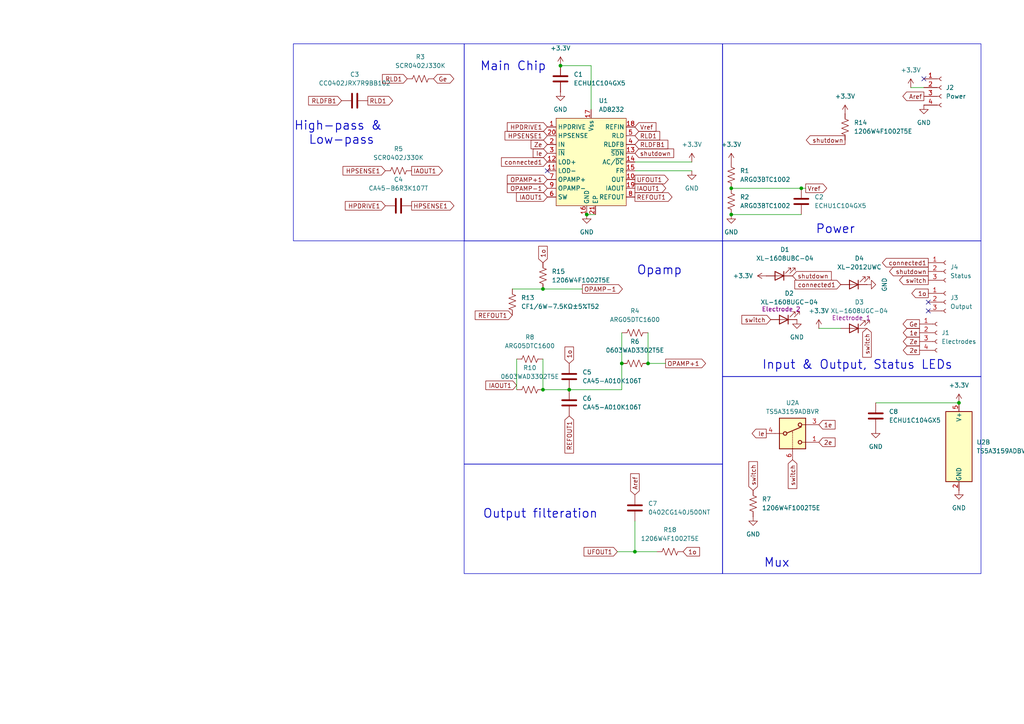
<source format=kicad_sch>
(kicad_sch (version 20231120) (generator "eeschema") (generator_version "8.0")
  (paper "A4")
  (lib_symbols
    (symbol "Analog_Switch:TS5A3159ADBVR" (pin_names (offset 0.127))
      (property "Reference" "U" (at -3.175 4.699 0))
      (property "Value" "TS5A3159ADBVR" (at -3.175 2.921 0))
      (symbol "TS5A3159ADBVR_1_1"
        (rectangle (start -3.81 4.445) (end 3.81 -4.445) (stroke (width 0.254)) (fill (type background)))
        (circle (center -2.159 0) (radius 0.508) (stroke (width 0.254)))
        (polyline (pts (xy -5.08 0) (xy -2.794 0)))
        (polyline (pts (xy -1.651 0.127) (xy 2.54 1.905)) (stroke (width 0.254)))
        (polyline (pts (xy 0 -5.08) (xy 0 -4.572)))
        (polyline (pts (xy 0 -4.318) (xy 0 -4.064)))
        (polyline (pts (xy 0 -3.81) (xy 0 -3.556)))
        (polyline (pts (xy 0 -3.302) (xy 0 -3.048)))
        (polyline (pts (xy 0 -2.794) (xy 0 -2.54)))
        (polyline (pts (xy 0 -2.286) (xy 0 -2.032)))
        (polyline (pts (xy 0 -1.778) (xy 0 -1.524)))
        (polyline (pts (xy 0 -1.27) (xy 0 -1.016)))
        (polyline (pts (xy 0 -0.762) (xy 0 -0.508)))
        (polyline (pts (xy 0 -0.254) (xy 0 0)))
        (polyline (pts (xy 0 0.254) (xy 0 0.508)))
        (polyline (pts (xy 0 0.254) (xy 0 0.508)))
        (polyline (pts (xy 5.08 -2.54) (xy 2.794 -2.54)))
        (polyline (pts (xy 5.08 2.54) (xy 2.794 2.54)))
        (circle (center 2.159 -2.54) (radius 0.508) (stroke (width 0.254)))
        (circle (center 2.159 2.54) (radius 0.508) (stroke (width 0.254)))
        (pin passive line (at 7.62 -2.54 180) (length 2.54) (name "~") (number "1"))
        (pin passive line (at 7.62 2.54 180) (length 2.54) (name "~") (number "3"))
        (pin passive line (at -7.62 0 0) (length 2.54) (name "~") (number "4"))
        (pin input line (at 0 -7.62 90) (length 2.54) (name "~") (number "6"))
      )
      (symbol "TS5A3159ADBVR_2_0"
        (pin power_in line (at 0 -12.7 90) (length 2.54) (name "GND") (number "2"))
        (pin power_in line (at 0 12.7 270) (length 2.54) (name "V+") (number "5"))
      )
      (symbol "TS5A3159ADBVR_2_1"
        (rectangle (start -3.81 10.16) (end 3.81 -10.16) (stroke (width 0.254)) (fill (type background)))
      )
    )
    (symbol "Connector:Conn_01x03_Socket" (pin_names (offset 1.016) hide)
      (property "Reference" "J" (at 0 5.08 0))
      (property "Value" "Conn_01x03_Socket" (at 0 -5.08 0))
      (symbol "Conn_01x03_Socket_1_1"
        (arc (start 0 -2.032) (mid -0.5058 -2.54) (end 0 -3.048) (stroke (width 0.1524)))
        (polyline (pts (xy -1.27 -2.54) (xy -0.508 -2.54)) (stroke (width 0.1524)))
        (polyline (pts (xy -1.27 0) (xy -0.508 0)) (stroke (width 0.1524)))
        (polyline (pts (xy -1.27 2.54) (xy -0.508 2.54)) (stroke (width 0.1524)))
        (arc (start 0 0.508) (mid -0.5058 0) (end 0 -0.508) (stroke (width 0.1524)))
        (arc (start 0 3.048) (mid -0.5058 2.54) (end 0 2.032) (stroke (width 0.1524)))
        (pin passive line (at -5.08 2.54 0) (length 3.81) (name "Pin_1") (number "1"))
        (pin passive line (at -5.08 0 0) (length 3.81) (name "Pin_2") (number "2"))
        (pin passive line (at -5.08 -2.54 0) (length 3.81) (name "Pin_3") (number "3"))
      )
    )
    (symbol "Connector:Conn_01x04_Socket" (pin_names (offset 1.016) hide)
      (property "Reference" "J" (at 0 5.08 0))
      (property "Value" "Conn_01x04_Socket" (at 0 -7.62 0))
      (symbol "Conn_01x04_Socket_1_1"
        (arc (start 0 -4.572) (mid -0.5058 -5.08) (end 0 -5.588) (stroke (width 0.1524)))
        (arc (start 0 -2.032) (mid -0.5058 -2.54) (end 0 -3.048) (stroke (width 0.1524)))
        (polyline (pts (xy -1.27 -5.08) (xy -0.508 -5.08)) (stroke (width 0.1524)))
        (polyline (pts (xy -1.27 -2.54) (xy -0.508 -2.54)) (stroke (width 0.1524)))
        (polyline (pts (xy -1.27 0) (xy -0.508 0)) (stroke (width 0.1524)))
        (polyline (pts (xy -1.27 2.54) (xy -0.508 2.54)) (stroke (width 0.1524)))
        (arc (start 0 0.508) (mid -0.5058 0) (end 0 -0.508) (stroke (width 0.1524)))
        (arc (start 0 3.048) (mid -0.5058 2.54) (end 0 2.032) (stroke (width 0.1524)))
        (pin passive line (at -5.08 2.54 0) (length 3.81) (name "Pin_1") (number "1"))
        (pin passive line (at -5.08 0 0) (length 3.81) (name "Pin_2") (number "2"))
        (pin passive line (at -5.08 -2.54 0) (length 3.81) (name "Pin_3") (number "3"))
        (pin passive line (at -5.08 -5.08 0) (length 3.81) (name "Pin_4") (number "4"))
      )
    )
    (symbol "Device:C" (pin_numbers hide) (pin_names (offset 0.254))
      (property "Reference" "C" (at 0.635 2.54 0))
      (property "Value" "C" (at 0.635 -2.54 0))
      (symbol "C_0_1"
        (polyline (pts (xy -2.032 -0.762) (xy 2.032 -0.762)) (stroke (width 0.508)))
        (polyline (pts (xy -2.032 0.762) (xy 2.032 0.762)) (stroke (width 0.508)))
      )
      (symbol "C_1_1"
        (pin passive line (at 0 3.81 270) (length 2.794) (name "~") (number "1"))
        (pin passive line (at 0 -3.81 90) (length 2.794) (name "~") (number "2"))
      )
    )
    (symbol "Device:LED" (pin_numbers hide) (pin_names (offset 1.016) hide)
      (property "Reference" "D" (at 0 2.54 0))
      (property "Value" "LED" (at 0 -2.54 0))
      (symbol "LED_0_1"
        (polyline (pts (xy -1.27 -1.27) (xy -1.27 1.27)) (stroke (width 0.254)))
        (polyline (pts (xy -1.27 0) (xy 1.27 0)))
        (polyline (pts (xy 1.27 -1.27) (xy 1.27 1.27) (xy -1.27 0) (xy 1.27 -1.27)) (stroke (width 0.254)))
        (polyline (pts (xy -3.048 -0.762) (xy -4.572 -2.286) (xy -3.81 -2.286) (xy -4.572 -2.286) (xy -4.572 -1.524)))
        (polyline (pts (xy -1.778 -0.762) (xy -3.302 -2.286) (xy -2.54 -2.286) (xy -3.302 -2.286) (xy -3.302 -1.524)))
      )
      (symbol "LED_1_1"
        (pin passive line (at -3.81 0 0) (length 2.54) (name "K") (number "1"))
        (pin passive line (at 3.81 0 180) (length 2.54) (name "A") (number "2"))
      )
    )
    (symbol "Device:R_US" (pin_numbers hide) (pin_names (offset 0))
      (property "Reference" "R" (at 2.54 0 90))
      (property "Value" "R_US" (at -2.54 0 90))
      (symbol "R_US_0_1"
        (polyline (pts (xy 0 -2.286) (xy 0 -2.54)))
        (polyline (pts (xy 0 2.286) (xy 0 2.54)))
        (polyline (pts (xy 0 -0.762) (xy 1.016 -1.143) (xy 0 -1.524) (xy -1.016 -1.905) (xy 0 -2.286)))
        (polyline (pts (xy 0 0.762) (xy 1.016 0.381) (xy 0 0) (xy -1.016 -0.381) (xy 0 -0.762)))
        (polyline (pts (xy 0 2.286) (xy 1.016 1.905) (xy 0 1.524) (xy -1.016 1.143) (xy 0 0.762)))
      )
      (symbol "R_US_1_1"
        (pin passive line (at 0 3.81 270) (length 1.27) (name "~") (number "1"))
        (pin passive line (at 0 -3.81 90) (length 1.27) (name "~") (number "2"))
      )
    )
    (symbol "Personal:AD8232"
      (property "Reference" "U" (at 0 0 0))
      (property "Value" "AD8232" (at 0 4.826 0))
      (symbol "AD8232_0_1"
        (rectangle (start -10.16 12.7) (end 10.16 -12.7) (fill (type background)))
      )
      (symbol "AD8232_1_1"
        (pin output line (at -12.7 10.16 0) (length 2.54) (name "HPDRIVE") (number "1"))
        (pin output line (at 12.7 -5.08 180) (length 2.54) (name "OUT") (number "10"))
        (pin output line (at -12.7 -2.54 0) (length 2.54) (name "LOD-") (number "11"))
        (pin output line (at -12.7 0 0) (length 2.54) (name "LOD+") (number "12"))
        (pin input line (at 12.7 2.54 180) (length 2.54) (name "~{SDN}") (number "13"))
        (pin input line (at 12.7 0 180) (length 2.54) (name "AC/~{DC}") (number "14"))
        (pin input line (at 12.7 -2.54 180) (length 2.54) (name "FR") (number "15"))
        (pin power_in line (at -1.27 -15.24 90) (length 2.54) (name "GND") (number "16"))
        (pin power_in line (at 0 15.24 270) (length 2.54) (name "Vss") (number "17"))
        (pin input line (at 12.7 10.16 180) (length 2.54) (name "REFIN") (number "18"))
        (pin output line (at 12.7 -7.62 180) (length 2.54) (name "IAOUT") (number "19"))
        (pin input line (at -12.7 5.08 0) (length 2.54) (name "IN") (number "2"))
        (pin input line (at -12.7 7.62 0) (length 2.54) (name "HPSENSE") (number "20"))
        (pin passive line (at 1.27 -15.24 90) (length 2.54) (name "EP") (number "21"))
        (pin input line (at -12.7 2.54 0) (length 2.54) (name "~{IN}") (number "3"))
        (pin input line (at 12.7 5.08 180) (length 2.54) (name "RLDFB") (number "4"))
        (pin output line (at 12.7 7.62 180) (length 2.54) (name "RLD") (number "5"))
        (pin input line (at -12.7 -10.16 0) (length 2.54) (name "SW") (number "6"))
        (pin input line (at -12.7 -5.08 0) (length 2.54) (name "OPAMP+") (number "7"))
        (pin output line (at 12.7 -10.16 180) (length 2.54) (name "REFOUT") (number "8"))
        (pin input line (at -12.7 -7.62 0) (length 2.54) (name "OPAMP-") (number "9"))
      )
    )
    (symbol "power:+3.3V" (power) (pin_numbers hide) (pin_names (offset 0) hide)
      (property "Value" "+3.3V" (at 0 3.556 0))
      (symbol "+3.3V_0_1"
        (polyline (pts (xy -0.762 1.27) (xy 0 2.54)))
        (polyline (pts (xy 0 0) (xy 0 2.54)))
        (polyline (pts (xy 0 2.54) (xy 0.762 1.27)))
      )
      (symbol "+3.3V_1_1"
        (pin power_in line (at 0 0 90) (length 0) (name "~") (number "1"))
      )
    )
    (symbol "power:GND" (power) (pin_numbers hide) (pin_names (offset 0) hide)
      (property "Value" "GND" (at 0 -3.81 0))
      (symbol "GND_0_1"
        (polyline (pts (xy 0 0) (xy 0 -1.27) (xy 1.27 -1.27) (xy 0 -2.54) (xy -1.27 -1.27) (xy 0 -1.27)))
      )
      (symbol "GND_1_1"
        (pin power_in line (at 0 0 270) (length 0) (name "~") (number "1"))
      )
    )
  )
  (junction (at 212.09 62.23))
  (junction (at 212.09 54.61))
  (junction (at 162.56 19.05))
  (junction (at 184.15 160.02))
  (junction (at 278.13 116.84))
  (junction (at 187.96 105.41))
  (junction (at 157.48 113.03))
  (junction (at 157.48 83.82))
  (junction (at 232.41 54.61))
  (junction (at 180.34 105.41))
  (junction (at 165.1 113.03))
  (junction (at 170.18 62.23))
  (no_connect (at 158.75 49.53))
  (no_connect (at 269.24 90.17))
  (no_connect (at 267.97 22.86))
  (no_connect (at 269.24 87.63))
  (wire (pts (xy 212.09 62.23) (xy 232.41 62.23)))
  (wire (pts (xy 264.16 25.4) (xy 267.97 25.4)))
  (wire (pts (xy 157.48 113.03) (xy 165.1 113.03)))
  (wire (pts (xy 184.15 46.99) (xy 200.66 46.99)))
  (wire (pts (xy 171.45 19.05) (xy 171.45 31.75)))
  (wire (pts (xy 170.18 62.23) (xy 172.72 62.23)))
  (wire (pts (xy 187.96 105.41) (xy 193.04 105.41)))
  (wire (pts (xy 184.15 151.13) (xy 184.15 160.02)))
  (wire (pts (xy 237.49 95.25) (xy 243.84 95.25)))
  (wire (pts (xy 232.41 54.61) (xy 233.68 54.61)))
  (wire (pts (xy 180.34 96.52) (xy 180.34 105.41)))
  (wire (pts (xy 254 116.84) (xy 278.13 116.84)))
  (wire (pts (xy 184.15 160.02) (xy 179.07 160.02)))
  (wire (pts (xy 200.66 49.53) (xy 184.15 49.53)))
  (wire (pts (xy 162.56 19.05) (xy 171.45 19.05)))
  (wire (pts (xy 165.1 113.03) (xy 180.34 113.03)))
  (wire (pts (xy 157.48 83.82) (xy 168.91 83.82)))
  (wire (pts (xy 190.5 160.02) (xy 184.15 160.02)))
  (wire (pts (xy 187.96 96.52) (xy 187.96 105.41)))
  (wire (pts (xy 149.86 104.14) (xy 149.86 113.03)))
  (wire (pts (xy 148.59 83.82) (xy 157.48 83.82)))
  (wire (pts (xy 212.09 54.61) (xy 232.41 54.61)))
  (wire (pts (xy 157.48 104.14) (xy 157.48 113.03)))
  (wire (pts (xy 180.34 105.41) (xy 180.34 113.03)))
  (rectangle (start 209.55 69.85) (end 284.5308 109.22))
  (rectangle (start 134.62 12.7) (end 209.6008 69.85))
  (rectangle (start 134.62 134.62) (end 209.6008 166.37))
  (rectangle (start 209.55 12.7) (end 284.5308 69.85))
  (rectangle (start 209.55 109.22) (end 284.5308 166.37))
  (rectangle (start 134.62 69.85) (end 209.6008 134.62))
  (rectangle (start 85.09 12.7) (end 134.6708 69.85))
  (text "Opamp" (at 191.262 78.486 0) (effects (font (size 2.54 2.54) (thickness 0.254) (bold yes))))
  (text "Power" (at 242.316 66.548 0) (effects (font (size 2.54 2.54) (thickness 0.254) (bold yes))))
  (text "Output filteration" (at 156.718 149.098 0) (effects (font (size 2.54 2.54) (thickness 0.254) (bold yes))))
  (text "Mux" (at 225.298 163.322 0) (effects (font (size 2.54 2.54) (thickness 0.254) (bold yes))))
  (text "Input & Output, Status LEDs" (at 248.666 105.918 0) (effects (font (size 2.54 2.54) (thickness 0.254) (bold yes))))
  (text "Main Chip" (at 148.844 19.304 0) (effects (font (size 2.54 2.54) (thickness 0.254) (bold yes))))
  (text "High-pass & \nLow-pass" (at 99.06 38.608 0) (effects (font (size 2.54 2.54) (thickness 0.254) (bold yes))))
  (global_label "UFOUT1" (shape output) (at 184.15 52.07 0) (property "Intersheetrefs" "${INTERSHEET_REFS}" (effects (hide yes))))
  (global_label "connected1" (shape input) (at 158.75 46.99 180) (property "Intersheetrefs" "${INTERSHEET_REFS}" (effects (hide yes))))
  (global_label "REFOUT1" (shape output) (at 184.15 57.15 0) (property "Intersheetrefs" "${INTERSHEET_REFS}" (effects (hide yes))))
  (global_label "2e" (shape output) (at 266.7 101.6 180) (property "Intersheetrefs" "${INTERSHEET_REFS}" (effects (hide yes))))
  (global_label "shutdown" (shape input) (at 229.87 80.01 0) (property "Intersheetrefs" "${INTERSHEET_REFS}" (effects (hide yes))))
  (global_label "Ge" (shape output) (at 266.7 93.98 180) (property "Intersheetrefs" "${INTERSHEET_REFS}" (effects (hide yes))))
  (global_label "UFOUT1" (shape input) (at 179.07 160.02 180) (property "Intersheetrefs" "${INTERSHEET_REFS}" (effects (hide yes))))
  (global_label "Ie" (shape output) (at 222.25 125.73 180) (property "Intersheetrefs" "${INTERSHEET_REFS}" (effects (hide yes))))
  (global_label "switch" (shape input) (at 251.46 95.25 270) (property "Intersheetrefs" "${INTERSHEET_REFS}" (effects (hide yes))))
  (global_label "Vref" (shape output) (at 233.68 54.61 0) (property "Intersheetrefs" "${INTERSHEET_REFS}" (effects (hide yes))))
  (global_label "RLD1" (shape input) (at 184.15 39.37 0) (property "Intersheetrefs" "${INTERSHEET_REFS}" (effects (hide yes))))
  (global_label "HPSENSE1" (shape input) (at 111.76 49.53 180) (property "Intersheetrefs" "${INTERSHEET_REFS}" (effects (hide yes))))
  (global_label "1o" (shape input) (at 157.48 76.2 90) (property "Intersheetrefs" "${INTERSHEET_REFS}" (effects (hide yes))))
  (global_label "IAOUT1" (shape input) (at 149.86 111.76 180) (property "Intersheetrefs" "${INTERSHEET_REFS}" (effects (hide yes))))
  (global_label "IAOUT1" (shape output) (at 184.15 54.61 0) (property "Intersheetrefs" "${INTERSHEET_REFS}" (effects (hide yes))))
  (global_label "1o" (shape input) (at 198.12 160.02 0) (property "Intersheetrefs" "${INTERSHEET_REFS}" (effects (hide yes))))
  (global_label "OPAMP-1" (shape input) (at 158.75 54.61 180) (property "Intersheetrefs" "${INTERSHEET_REFS}" (effects (hide yes))))
  (global_label "OPAMP-1" (shape output) (at 168.91 83.82 0) (property "Intersheetrefs" "${INTERSHEET_REFS}" (effects (hide yes))))
  (global_label "HPDRIVE1" (shape input) (at 111.76 59.69 180) (property "Intersheetrefs" "${INTERSHEET_REFS}" (effects (hide yes))))
  (global_label "1e" (shape input) (at 237.49 123.19 0) (property "Intersheetrefs" "${INTERSHEET_REFS}" (effects (hide yes))))
  (global_label "RLDFB1" (shape input) (at 184.15 41.91 0) (property "Intersheetrefs" "${INTERSHEET_REFS}" (effects (hide yes))))
  (global_label "HPDRIVE1" (shape input) (at 158.75 36.83 180) (property "Intersheetrefs" "${INTERSHEET_REFS}" (effects (hide yes))))
  (global_label "switch" (shape input) (at 223.52 92.71 180) (property "Intersheetrefs" "${INTERSHEET_REFS}" (effects (hide yes))))
  (global_label "OPAMP+1" (shape input) (at 158.75 52.07 180) (property "Intersheetrefs" "${INTERSHEET_REFS}" (effects (hide yes))))
  (global_label "connected1" (shape output) (at 269.24 76.2 180) (property "Intersheetrefs" "${INTERSHEET_REFS}" (effects (hide yes))))
  (global_label "shutdown" (shape output) (at 245.11 40.64 180) (property "Intersheetrefs" "${INTERSHEET_REFS}" (effects (hide yes))))
  (global_label "RLDFB1" (shape input) (at 99.06 29.21 180) (property "Intersheetrefs" "${INTERSHEET_REFS}" (effects (hide yes))))
  (global_label "Ze" (shape input) (at 158.75 41.91 180) (property "Intersheetrefs" "${INTERSHEET_REFS}" (effects (hide yes))))
  (global_label "connected1" (shape input) (at 243.84 82.55 180) (property "Intersheetrefs" "${INTERSHEET_REFS}" (effects (hide yes))))
  (global_label "shutdown" (shape input) (at 184.15 44.45 0) (property "Intersheetrefs" "${INTERSHEET_REFS}" (effects (hide yes))))
  (global_label "2e" (shape input) (at 237.49 128.27 0) (property "Intersheetrefs" "${INTERSHEET_REFS}" (effects (hide yes))))
  (global_label "1o" (shape output) (at 269.24 85.09 180) (property "Intersheetrefs" "${INTERSHEET_REFS}" (effects (hide yes))))
  (global_label "IAOUT1" (shape input) (at 158.75 57.15 180) (property "Intersheetrefs" "${INTERSHEET_REFS}" (effects (hide yes))))
  (global_label "shutdown" (shape output) (at 269.24 78.74 180) (property "Intersheetrefs" "${INTERSHEET_REFS}" (effects (hide yes))))
  (global_label "Vref" (shape input) (at 184.15 36.83 0) (property "Intersheetrefs" "${INTERSHEET_REFS}" (effects (hide yes))))
  (global_label "HPSENSE1" (shape output) (at 119.38 59.69 0) (property "Intersheetrefs" "${INTERSHEET_REFS}" (effects (hide yes))))
  (global_label "RLD1" (shape output) (at 106.68 29.21 0) (property "Intersheetrefs" "${INTERSHEET_REFS}" (effects (hide yes))))
  (global_label "Ge" (shape bidirectional) (at 125.73 22.86 0) (property "Intersheetrefs" "${INTERSHEET_REFS}" (effects (hide yes))))
  (global_label "switch" (shape input) (at 218.44 142.24 90) (property "Intersheetrefs" "${INTERSHEET_REFS}" (effects (hide yes))))
  (global_label "OPAMP+1" (shape output) (at 193.04 105.41 0) (property "Intersheetrefs" "${INTERSHEET_REFS}" (effects (hide yes))))
  (global_label "switch" (shape input) (at 229.87 133.35 270) (property "Intersheetrefs" "${INTERSHEET_REFS}" (effects (hide yes))))
  (global_label "Ie" (shape input) (at 158.75 44.45 180) (property "Intersheetrefs" "${INTERSHEET_REFS}" (effects (hide yes))))
  (global_label "REFOUT1" (shape input) (at 148.59 91.44 180) (property "Intersheetrefs" "${INTERSHEET_REFS}" (effects (hide yes))))
  (global_label "HPSENSE1" (shape input) (at 158.75 39.37 180) (property "Intersheetrefs" "${INTERSHEET_REFS}" (effects (hide yes))))
  (global_label "1o" (shape input) (at 165.1 105.41 90) (property "Intersheetrefs" "${INTERSHEET_REFS}" (effects (hide yes))))
  (global_label "1e" (shape output) (at 266.7 96.52 180) (property "Intersheetrefs" "${INTERSHEET_REFS}" (effects (hide yes))))
  (global_label "Aref" (shape input) (at 184.15 143.51 90) (property "Intersheetrefs" "${INTERSHEET_REFS}" (effects (hide yes))))
  (global_label "Ze" (shape output) (at 266.7 99.06 180) (property "Intersheetrefs" "${INTERSHEET_REFS}" (effects (hide yes))))
  (global_label "RLD1" (shape input) (at 118.11 22.86 180) (property "Intersheetrefs" "${INTERSHEET_REFS}" (effects (hide yes))))
  (global_label "IAOUT1" (shape output) (at 119.38 49.53 0) (property "Intersheetrefs" "${INTERSHEET_REFS}" (effects (hide yes))))
  (global_label "REFOUT1" (shape input) (at 165.1 120.65 270) (property "Intersheetrefs" "${INTERSHEET_REFS}" (effects (hide yes))))
  (global_label "Aref" (shape output) (at 267.97 27.94 180) (property "Intersheetrefs" "${INTERSHEET_REFS}" (effects (hide yes))))
  (global_label "switch" (shape output) (at 269.24 81.28 180) (property "Intersheetrefs" "${INTERSHEET_REFS}" (effects (hide yes))))
  (symbol (lib_id "Device:C") (at 162.56 22.86 0) (unit 1)
    (property "Reference" "C1" (at 166.37 21.5899 0) (effects (justify left)))
    (property "Value" "ECHU1C104GX5" (at 166.37 24.1299 0) (effects (justify left)))
    (property "Footprint" "Capacitor_SMD:C_1210_3225Metric" (effects (hide yes)))
    (property "Description" "Unpolarized capacitor" (effects (hide yes)))
  )
  (symbol (lib_id "power:GND") (at 254 124.46 0) (unit 1)
    (property "Reference" "#PWR09" (effects (hide yes)))
    (property "Value" "GND" (at 254 129.54 0))
    (property "Description" "Power symbol creates a global label with name \"GND\" , ground" (effects (hide yes)))
  )
  (symbol (lib_id "Device:LED") (at 227.33 92.71 180) (unit 1)
    (property "Reference" "D2" (at 228.9175 85.09 0))
    (property "Value" "XL-1608UGC-04" (at 228.9175 87.63 0))
    (property "Footprint" "LED_SMD:LED_0603_1608Metric" (effects (hide yes)))
    (property "Description" "Electrode 2" (at 226.568 89.662 0))
  )
  (symbol (lib_id "power:+3.3V") (at 212.09 46.99 0) (unit 1)
    (property "Reference" "#PWR012" (effects (hide yes)))
    (property "Value" "+3.3V" (at 212.09 41.91 0))
    (property "Description" "Power symbol creates a global label with name \"+3.3V\"" (effects (hide yes)))
  )
  (symbol (lib_id "Device:C") (at 102.87 29.21 90) (unit 1)
    (property "Reference" "C3" (at 102.87 21.59 90))
    (property "Value" "CC0402JRX7R9BB102" (at 102.87 24.13 90))
    (property "Footprint" "Capacitor_SMD:C_0402_1005Metric" (effects (hide yes)))
    (property "Description" "Unpolarized capacitor" (effects (hide yes)))
  )
  (symbol (lib_id "Connector:Conn_01x04_Socket") (at 271.78 96.52 0) (unit 1)
    (property "Reference" "J1" (at 273.05 96.5199 0) (effects (justify left)))
    (property "Value" "Electrodes" (at 273.05 99.0599 0) (effects (justify left)))
    (property "Footprint" "Connector_PinSocket_2.54mm:PinSocket_1x04_P2.54mm_Vertical" (effects (hide yes)))
    (property "Description" "Generic connector, single row, 01x04, script generated" (effects (hide yes)))
  )
  (symbol (lib_id "Personal:AD8232") (at 171.45 46.99 0) (unit 1)
    (property "Reference" "U1" (at 173.6441 29.21 0) (effects (justify left)))
    (property "Value" "AD8232" (at 173.6441 31.75 0) (effects (justify left)))
    (property "Footprint" "Package_CSP:LFCSP-20-1EP_4x4mm_P0.5mm_EP2.5x2.5mm" (effects (hide yes)))
    (property "Datasheet" "https://www.analog.com/media/en/technical-documentation/data-sheets/ad8232.pdf" (effects (hide yes)))
    (property "Description" "Integrated signal conditioning block for ECG and other biopotential measurement applications" (effects (hide yes)))
  )
  (symbol (lib_id "Device:LED") (at 247.65 95.25 180) (unit 1)
    (property "Reference" "D3" (at 249.2375 87.63 0))
    (property "Value" "XL-1608UGC-04" (at 249.2375 90.17 0))
    (property "Footprint" "LED_SMD:LED_0603_1608Metric" (effects (hide yes)))
    (property "Description" "Electrode 1" (at 246.888 92.202 0))
  )
  (symbol (lib_id "power:+3.3V") (at 162.56 19.05 0) (unit 1)
    (property "Reference" "#PWR05" (effects (hide yes)))
    (property "Value" "+3.3V" (at 162.56 13.97 0))
    (property "Description" "Power symbol creates a global label with name \"+3.3V\"" (effects (hide yes)))
  )
  (symbol (lib_id "Device:LED") (at 247.65 82.55 180) (unit 1)
    (property "Reference" "D4" (at 249.2375 74.93 0))
    (property "Value" "XL-2012UWC" (at 249.2375 77.47 0))
    (property "Footprint" "LED_SMD:LED_0805_2012Metric" (effects (hide yes)))
    (property "Description" "Light emitting diode" (effects (hide yes)))
  )
  (symbol (lib_id "Device:R_US") (at 153.67 113.03 90) (unit 1)
    (property "Reference" "R10" (at 153.67 106.68 90))
    (property "Value" "0603WAD3302T5E" (at 153.67 109.22 90))
    (property "Footprint" "Resistor_SMD:R_0603_1608Metric" (effects (hide yes)))
    (property "Description" "Resistor, US symbol" (effects (hide yes)))
  )
  (symbol (lib_id "Device:R_US") (at 184.15 96.52 90) (unit 1)
    (property "Reference" "R4" (at 184.15 90.17 90))
    (property "Value" "ARG05DTC1600" (at 184.15 92.71 90))
    (property "Footprint" "Resistor_SMD:R_0805_2012Metric" (effects (hide yes)))
    (property "Description" "Resistor, US symbol" (effects (hide yes)))
  )
  (symbol (lib_id "Device:R_US") (at 148.59 87.63 180) (unit 1)
    (property "Reference" "R13" (at 151.13 86.3599 0) (effects (justify right)))
    (property "Value" "CF1/6W-7.5KΩ±5%T52" (at 151.13 88.8999 0) (effects (justify right)))
    (property "Footprint" "Resistor_THT:R_Axial_DIN0207_L6.3mm_D2.5mm_P5.08mm_Vertical" (effects (hide yes)))
    (property "Description" "Resistor, US symbol" (effects (hide yes)))
  )
  (symbol (lib_id "Device:C") (at 165.1 116.84 180) (unit 1)
    (property "Reference" "C6" (at 168.91 115.5699 0) (effects (justify right)))
    (property "Value" "CA45-A010K106T" (at 168.91 118.1099 0) (effects (justify right)))
    (property "Footprint" "Capacitor_Tantalum_SMD:CP_EIA-3216-12_Kemet-S" (effects (hide yes)))
    (property "Description" "Unpolarized capacitor" (effects (hide yes)))
  )
  (symbol (lib_id "Device:R_US") (at 212.09 50.8 0) (unit 1)
    (property "Reference" "R1" (at 214.63 49.5299 0) (effects (justify left)))
    (property "Value" "ARG03BTC1002" (at 214.63 52.0699 0) (effects (justify left)))
    (property "Footprint" "Resistor_SMD:R_0603_1608Metric" (effects (hide yes)))
    (property "Description" "Resistor, US symbol" (effects (hide yes)))
  )
  (symbol (lib_id "Device:R_US") (at 121.92 22.86 270) (unit 1)
    (property "Reference" "R3" (at 121.92 16.51 90))
    (property "Value" "SCR0402J330K" (at 121.92 19.05 90))
    (property "Footprint" "Resistor_SMD:R_0402_1005Metric" (effects (hide yes)))
    (property "Description" "Resistor, US symbol" (effects (hide yes)))
  )
  (symbol (lib_id "power:GND") (at 278.13 142.24 0) (unit 1)
    (property "Reference" "#PWR014" (effects (hide yes)))
    (property "Value" "GND" (at 278.13 147.32 0))
    (property "Description" "Power symbol creates a global label with name \"GND\" , ground" (effects (hide yes)))
  )
  (symbol (lib_id "Device:C") (at 184.15 147.32 0) (unit 1)
    (property "Reference" "C7" (at 187.96 146.0499 0) (effects (justify left)))
    (property "Value" "0402CG140J500NT" (at 187.96 148.5899 0) (effects (justify left)))
    (property "Footprint" "Capacitor_SMD:C_0402_1005Metric" (effects (hide yes)))
    (property "Description" "Unpolarized capacitor" (effects (hide yes)))
  )
  (symbol (lib_id "Device:R_US") (at 153.67 104.14 90) (unit 1)
    (property "Reference" "R8" (at 153.67 97.79 90))
    (property "Value" "ARG05DTC1600" (at 153.67 100.33 90))
    (property "Footprint" "Resistor_SMD:R_0805_2012Metric" (effects (hide yes)))
    (property "Description" "Resistor, US symbol" (effects (hide yes)))
  )
  (symbol (lib_id "power:GND") (at 267.97 30.48 0) (unit 1)
    (property "Reference" "#PWR01" (effects (hide yes)))
    (property "Value" "GND" (at 267.97 35.56 0))
    (property "Description" "Power symbol creates a global label with name \"GND\" , ground" (effects (hide yes)))
  )
  (symbol (lib_id "Device:R_US") (at 115.57 49.53 270) (unit 1)
    (property "Reference" "R5" (at 115.57 43.18 90))
    (property "Value" "SCR0402J330K" (at 115.57 45.72 90))
    (property "Footprint" "Resistor_SMD:R_0402_1005Metric" (effects (hide yes)))
    (property "Description" "Resistor, US symbol" (effects (hide yes)))
  )
  (symbol (lib_id "Device:C") (at 165.1 109.22 180) (unit 1)
    (property "Reference" "C5" (at 168.91 107.9499 0) (effects (justify right)))
    (property "Value" "CA45-A010K106T" (at 168.91 110.4899 0) (effects (justify right)))
    (property "Footprint" "Capacitor_Tantalum_SMD:CP_EIA-3216-12_Kemet-S" (effects (hide yes)))
    (property "Description" "Unpolarized capacitor" (effects (hide yes)))
  )
  (symbol (lib_id "power:GND") (at 170.18 62.23 0) (unit 1)
    (property "Reference" "#PWR04" (effects (hide yes)))
    (property "Value" "GND" (at 170.18 67.31 0))
    (property "Description" "Power symbol creates a global label with name \"GND\" , ground" (effects (hide yes)))
  )
  (symbol (lib_id "power:+3.3V") (at 237.49 95.25 0) (unit 1)
    (property "Reference" "#PWR019" (effects (hide yes)))
    (property "Value" "+3.3V" (at 237.49 90.17 0))
    (property "Description" "Power symbol creates a global label with name \"+3.3V\"" (effects (hide yes)))
  )
  (symbol (lib_id "Device:R_US") (at 184.15 105.41 90) (unit 1)
    (property "Reference" "R6" (at 184.15 99.06 90))
    (property "Value" "0603WAD3302T5E" (at 184.15 101.6 90))
    (property "Footprint" "Resistor_SMD:R_0603_1608Metric" (effects (hide yes)))
    (property "Description" "Resistor, US symbol" (effects (hide yes)))
  )
  (symbol (lib_id "power:+3.3V") (at 264.16 25.4 0) (unit 1)
    (property "Reference" "#PWR02" (effects (hide yes)))
    (property "Value" "+3.3V" (at 264.16 20.32 0))
    (property "Description" "Power symbol creates a global label with name \"+3.3V\"" (effects (hide yes)))
  )
  (symbol (lib_id "power:+3.3V") (at 222.25 80.01 90) (unit 1)
    (property "Reference" "#PWR016" (effects (hide yes)))
    (property "Value" "+3.3V" (at 218.44 80.0099 90) (effects (justify left)))
    (property "Description" "Power symbol creates a global label with name \"+3.3V\"" (effects (hide yes)))
  )
  (symbol (lib_id "Device:LED") (at 226.06 80.01 180) (unit 1)
    (property "Reference" "D1" (at 227.6475 72.39 0))
    (property "Value" "XL-1608UBC-04" (at 227.6475 74.93 0))
    (property "Footprint" "LED_SMD:LED_0603_1608Metric" (effects (hide yes)))
    (property "Description" "Light emitting diode" (effects (hide yes)))
  )
  (symbol (lib_id "Device:R_US") (at 157.48 80.01 180) (unit 1)
    (property "Reference" "R15" (at 160.02 78.7399 0) (effects (justify right)))
    (property "Value" "1206W4F1002T5E" (at 160.02 81.2799 0) (effects (justify right)))
    (property "Footprint" "Resistor_SMD:R_1206_3216Metric" (effects (hide yes)))
    (property "Description" "Resistor, US symbol" (effects (hide yes)))
  )
  (symbol (lib_id "power:GND") (at 200.66 49.53 0) (unit 1)
    (property "Reference" "#PWR018" (effects (hide yes)))
    (property "Value" "GND" (at 200.66 54.61 0))
    (property "Description" "Power symbol creates a global label with name \"GND\" , ground" (effects (hide yes)))
  )
  (symbol (lib_id "power:+3.3V") (at 278.13 116.84 0) (unit 1)
    (property "Reference" "#PWR03" (effects (hide yes)))
    (property "Value" "+3.3V" (at 278.13 111.76 0))
    (property "Description" "Power symbol creates a global label with name \"+3.3V\"" (effects (hide yes)))
  )
  (symbol (lib_id "Device:R_US") (at 212.09 58.42 0) (unit 1)
    (property "Reference" "R2" (at 214.63 57.1499 0) (effects (justify left)))
    (property "Value" "ARG03BTC1002" (at 214.63 59.6899 0) (effects (justify left)))
    (property "Footprint" "Resistor_SMD:R_0603_1608Metric" (effects (hide yes)))
    (property "Description" "Resistor, US symbol" (effects (hide yes)))
  )
  (symbol (lib_id "power:GND") (at 251.46 82.55 90) (unit 1)
    (property "Reference" "#PWR022" (effects (hide yes)))
    (property "Value" "GND" (at 256.54 82.55 0))
    (property "Description" "Power symbol creates a global label with name \"GND\" , ground" (effects (hide yes)))
  )
  (symbol (lib_id "power:GND") (at 212.09 62.23 0) (unit 1)
    (property "Reference" "#PWR013" (effects (hide yes)))
    (property "Value" "GND" (at 212.09 67.31 0))
    (property "Description" "Power symbol creates a global label with name \"GND\" , ground" (effects (hide yes)))
  )
  (symbol (lib_id "Device:C") (at 115.57 59.69 90) (unit 1)
    (property "Reference" "C4" (at 115.57 52.07 90))
    (property "Value" "CA45-B6R3K107T" (at 115.57 54.61 90))
    (property "Footprint" "Capacitor_Tantalum_SMD:CP_EIA-3528-21_Kemet-B" (effects (hide yes)))
    (property "Description" "Unpolarized capacitor" (effects (hide yes)))
  )
  (symbol (lib_id "power:+3.3V") (at 200.66 46.99 0) (unit 1)
    (property "Reference" "#PWR07" (effects (hide yes)))
    (property "Value" "+3.3V" (at 200.66 41.91 0))
    (property "Description" "Power symbol creates a global label with name \"+3.3V\"" (effects (hide yes)))
  )
  (symbol (lib_id "Device:R_US") (at 245.11 36.83 180) (unit 1)
    (property "Reference" "R14" (at 247.65 35.5599 0) (effects (justify right)))
    (property "Value" "1206W4F1002T5E" (at 247.65 38.0999 0) (effects (justify right)))
    (property "Footprint" "Resistor_SMD:R_1206_3216Metric" (effects (hide yes)))
    (property "Description" "Resistor, US symbol" (effects (hide yes)))
  )
  (symbol (lib_id "Device:R_US") (at 194.31 160.02 90) (unit 1)
    (property "Reference" "R18" (at 194.31 153.67 90))
    (property "Value" "1206W4F1002T5E" (at 194.31 156.21 90))
    (property "Footprint" "Resistor_SMD:R_1206_3216Metric" (effects (hide yes)))
    (property "Description" "Resistor, US symbol" (effects (hide yes)))
  )
  (symbol (lib_id "Connector:Conn_01x04_Socket") (at 273.05 25.4 0) (unit 1)
    (property "Reference" "J2" (at 274.32 25.3999 0) (effects (justify left)))
    (property "Value" "Power" (at 274.32 27.9399 0) (effects (justify left)))
    (property "Footprint" "Connector_PinSocket_2.54mm:PinSocket_1x04_P2.54mm_Vertical" (effects (hide yes)))
    (property "Description" "Generic connector, single row, 01x04, script generated" (effects (hide yes)))
  )
  (symbol (lib_id "Connector:Conn_01x03_Socket") (at 274.32 78.74 0) (unit 1)
    (property "Reference" "J4" (at 275.59 77.4699 0) (effects (justify left)))
    (property "Value" "Status" (at 275.59 80.0099 0) (effects (justify left)))
    (property "Footprint" "Connector_PinSocket_2.54mm:PinSocket_1x03_P2.54mm_Vertical" (effects (hide yes)))
    (property "Description" "Generic connector, single row, 01x03, script generated" (effects (hide yes)))
  )
  (symbol (lib_id "power:GND") (at 218.44 149.86 0) (unit 1)
    (property "Reference" "#PWR010" (effects (hide yes)))
    (property "Value" "GND" (at 218.44 154.94 0))
    (property "Description" "Power symbol creates a global label with name \"GND\" , ground" (effects (hide yes)))
  )
  (symbol (lib_id "Connector:Conn_01x03_Socket") (at 274.32 87.63 0) (unit 1)
    (property "Reference" "J3" (at 275.59 86.3599 0) (effects (justify left)))
    (property "Value" "Output" (at 275.59 88.8999 0) (effects (justify left)))
    (property "Footprint" "Connector_PinSocket_2.54mm:PinSocket_1x03_P2.54mm_Vertical" (effects (hide yes)))
    (property "Description" "Generic connector, single row, 01x03, script generated" (effects (hide yes)))
  )
  (symbol (lib_id "Analog_Switch:TS5A3159ADBVR") (at 229.87 125.73 0) (unit 1)
    (property "Reference" "U2" (at 229.87 116.84 0))
    (property "Value" "TS5A3159ADBVR" (at 229.87 119.38 0))
    (property "Footprint" "Package_TO_SOT_SMD:SOT-23-6" (effects (hide yes)))
    (property "Datasheet" "http://www.ti.com/lit/ds/symlink/ts5a3159a.pdf" (effects (hide yes)))
    (property "Description" "Single SPDT Analog Switch, 1.65-V to 5.5-V Single-Supply Operation, 1Ohm Ron, SOT-23-6" (effects (hide yes)))
  )
  (symbol (lib_id "Device:C") (at 254 120.65 0) (unit 1)
    (property "Reference" "C8" (at 257.81 119.3799 0) (effects (justify left)))
    (property "Value" "ECHU1C104GX5" (at 257.81 121.9199 0) (effects (justify left)))
    (property "Footprint" "Capacitor_SMD:C_1210_3225Metric" (effects (hide yes)))
    (property "Description" "Unpolarized capacitor" (effects (hide yes)))
  )
  (symbol (lib_id "power:GND") (at 231.14 92.71 0) (unit 1)
    (property "Reference" "#PWR017" (effects (hide yes)))
    (property "Value" "GND" (at 231.14 97.79 0))
    (property "Description" "Power symbol creates a global label with name \"GND\" , ground" (effects (hide yes)))
  )
  (symbol (lib_id "Analog_Switch:TS5A3159ADBVR") (at 278.13 129.54 0) (unit 2)
    (property "Reference" "U2" (at 283.21 128.2699 0) (effects (justify left)))
    (property "Value" "TS5A3159ADBVR" (at 283.21 130.8099 0) (effects (justify left)))
    (property "Footprint" "Package_TO_SOT_SMD:SOT-23-6" (effects (hide yes)))
    (property "Datasheet" "http://www.ti.com/lit/ds/symlink/ts5a3159a.pdf" (effects (hide yes)))
    (property "Description" "Single SPDT Analog Switch, 1.65-V to 5.5-V Single-Supply Operation, 1Ohm Ron, SOT-23-6" (effects (hide yes)))
  )
  (symbol (lib_id "Device:R_US") (at 218.44 146.05 180) (unit 1)
    (property "Reference" "R7" (at 220.98 144.7799 0) (effects (justify right)))
    (property "Value" "1206W4F1002T5E" (at 220.98 147.3199 0) (effects (justify right)))
    (property "Footprint" "Resistor_SMD:R_1206_3216Metric" (effects (hide yes)))
    (property "Description" "Resistor, US symbol" (effects (hide yes)))
  )
  (symbol (lib_id "power:+3.3V") (at 245.11 33.02 0) (unit 1)
    (property "Reference" "#PWR08" (effects (hide yes)))
    (property "Value" "+3.3V" (at 245.11 27.94 0))
    (property "Description" "Power symbol creates a global label with name \"+3.3V\"" (effects (hide yes)))
  )
  (symbol (lib_id "power:GND") (at 162.56 26.67 0) (unit 1)
    (property "Reference" "#PWR06" (effects (hide yes)))
    (property "Value" "GND" (at 162.56 31.75 0))
    (property "Description" "Power symbol creates a global label with name \"GND\" , ground" (effects (hide yes)))
  )
  (symbol (lib_id "Device:C") (at 232.41 58.42 0) (unit 1)
    (property "Reference" "C2" (at 236.22 57.1499 0) (effects (justify left)))
    (property "Value" "ECHU1C104GX5" (at 236.22 59.6899 0) (effects (justify left)))
    (property "Footprint" "Capacitor_SMD:C_1210_3225Metric" (effects (hide yes)))
    (property "Description" "Unpolarized capacitor" (effects (hide yes)))
  )
)
</source>
